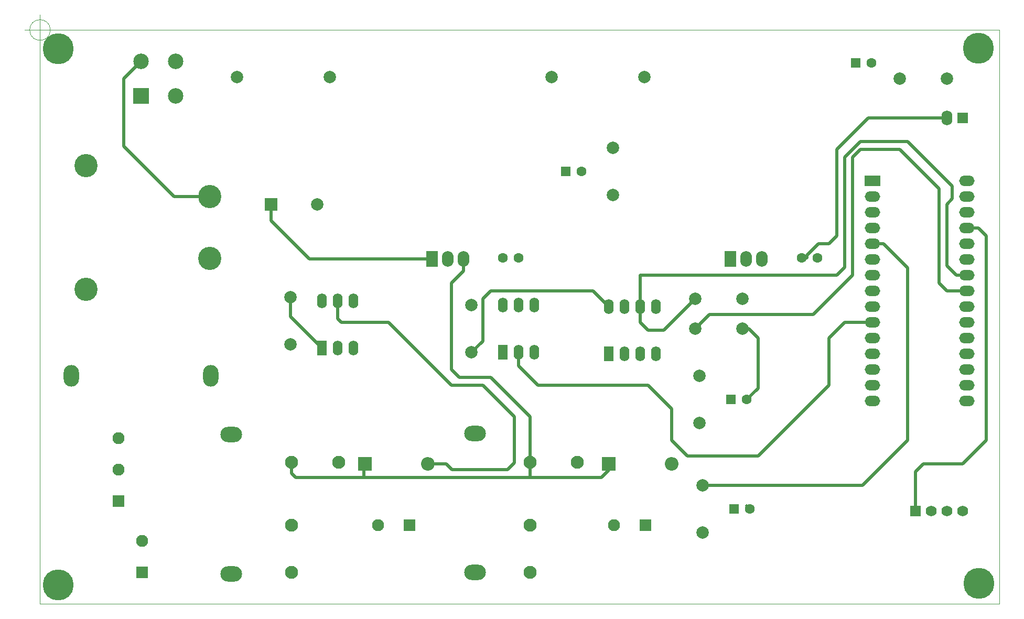
<source format=gbr>
%TF.GenerationSoftware,KiCad,Pcbnew,(5.1.8)-1*%
%TF.CreationDate,2021-06-08T09:03:09+02:00*%
%TF.ProjectId,Telerupteur_Recepteur_RF433_V2,54656c65-7275-4707-9465-75725f526563,V2*%
%TF.SameCoordinates,Original*%
%TF.FileFunction,Copper,L1,Top*%
%TF.FilePolarity,Positive*%
%FSLAX46Y46*%
G04 Gerber Fmt 4.6, Leading zero omitted, Abs format (unit mm)*
G04 Created by KiCad (PCBNEW (5.1.8)-1) date 2021-06-08 09:03:09*
%MOMM*%
%LPD*%
G01*
G04 APERTURE LIST*
%TA.AperFunction,Profile*%
%ADD10C,0.050000*%
%TD*%
%TA.AperFunction,Profile*%
%ADD11C,0.100000*%
%TD*%
%TA.AperFunction,ComponentPad*%
%ADD12O,1.900000X2.500000*%
%TD*%
%TA.AperFunction,ComponentPad*%
%ADD13R,1.900000X2.500000*%
%TD*%
%TA.AperFunction,ComponentPad*%
%ADD14R,1.760000X1.760000*%
%TD*%
%TA.AperFunction,ComponentPad*%
%ADD15C,1.760000*%
%TD*%
%TA.AperFunction,ComponentPad*%
%ADD16O,3.500000X2.500000*%
%TD*%
%TA.AperFunction,ComponentPad*%
%ADD17C,2.500000*%
%TD*%
%TA.AperFunction,ComponentPad*%
%ADD18R,2.500000X2.500000*%
%TD*%
%TA.AperFunction,ComponentPad*%
%ADD19O,2.500000X1.700000*%
%TD*%
%TA.AperFunction,ComponentPad*%
%ADD20R,2.500000X1.700000*%
%TD*%
%TA.AperFunction,ComponentPad*%
%ADD21C,1.950000*%
%TD*%
%TA.AperFunction,ComponentPad*%
%ADD22R,1.950000X1.950000*%
%TD*%
%TA.AperFunction,ComponentPad*%
%ADD23O,2.500000X3.500000*%
%TD*%
%TA.AperFunction,ComponentPad*%
%ADD24C,2.100000*%
%TD*%
%TA.AperFunction,ComponentPad*%
%ADD25O,2.200000X2.200000*%
%TD*%
%TA.AperFunction,ComponentPad*%
%ADD26R,2.200000X2.200000*%
%TD*%
%TA.AperFunction,ComponentPad*%
%ADD27C,5.000000*%
%TD*%
%TA.AperFunction,ComponentPad*%
%ADD28C,2.000000*%
%TD*%
%TA.AperFunction,ComponentPad*%
%ADD29R,2.000000X2.000000*%
%TD*%
%TA.AperFunction,ComponentPad*%
%ADD30C,1.600000*%
%TD*%
%TA.AperFunction,ComponentPad*%
%ADD31R,1.600000X1.600000*%
%TD*%
%TA.AperFunction,ComponentPad*%
%ADD32O,1.760000X2.400000*%
%TD*%
%TA.AperFunction,ComponentPad*%
%ADD33C,3.750000*%
%TD*%
%TA.AperFunction,ComponentPad*%
%ADD34R,1.600000X2.400000*%
%TD*%
%TA.AperFunction,ComponentPad*%
%ADD35O,1.600000X2.400000*%
%TD*%
%TA.AperFunction,Conductor*%
%ADD36C,0.500000*%
%TD*%
G04 APERTURE END LIST*
D10*
X47566666Y-43200000D02*
G75*
G03*
X47566666Y-43200000I-1666666J0D01*
G01*
X43400000Y-43200000D02*
X48400000Y-43200000D01*
X45900000Y-40700000D02*
X45900000Y-45700000D01*
D11*
X200800000Y-43180000D02*
X200800000Y-135910000D01*
X45900000Y-43200000D02*
X200800000Y-43180000D01*
X45900000Y-135900000D02*
X45900000Y-43200000D01*
X200800000Y-135910000D02*
X45900000Y-135900000D01*
D12*
%TO.P,U1,3*%
%TO.N,+12V*%
X114260000Y-80190000D03*
%TO.P,U1,2*%
%TO.N,GND*%
X111720000Y-80190000D03*
D13*
%TO.P,U1,1*%
%TO.N,Net-(C1-Pad1)*%
X109180000Y-80190000D03*
%TD*%
D14*
%TO.P,U5,1*%
%TO.N,+5V*%
X187240000Y-120890000D03*
D15*
%TO.P,U5,2*%
%TO.N,Data*%
X189780000Y-120890000D03*
%TO.P,U5,3*%
%TO.N,Net-(U5-Pad3)*%
X192320000Y-120890000D03*
%TO.P,U5,4*%
%TO.N,GND*%
X194860000Y-120890000D03*
%TD*%
D16*
%TO.P,F3,2*%
%TO.N,Phase*%
X116120000Y-108330000D03*
%TO.P,F3,1*%
%TO.N,Net-(F3-Pad1)*%
X116120000Y-130830000D03*
%TD*%
D17*
%TO.P,D1,4*%
%TO.N,Net-(D1-Pad4)*%
X62230000Y-48260000D03*
%TO.P,D1,2*%
%TO.N,Net-(D1-Pad2)*%
X67830000Y-53860000D03*
D18*
%TO.P,D1,1*%
%TO.N,Net-(C1-Pad1)*%
X62230000Y-53860000D03*
D17*
%TO.P,D1,3*%
%TO.N,GND*%
X67830000Y-48260000D03*
%TD*%
D19*
%TO.P,U3,16*%
%TO.N,GND*%
X195580000Y-103110000D03*
%TO.P,U3,15*%
%TO.N,Net-(U3-Pad15)*%
X180340000Y-103110000D03*
%TO.P,U3,30*%
%TO.N,Net-(J3-Pad1)*%
X195580000Y-67550000D03*
%TO.P,U3,14*%
%TO.N,Data*%
X180340000Y-100570000D03*
%TO.P,U3,29*%
%TO.N,GND*%
X195580000Y-70090000D03*
%TO.P,U3,13*%
%TO.N,Net-(U3-Pad13)*%
X180340000Y-98030000D03*
%TO.P,U3,28*%
%TO.N,Net-(U3-Pad28)*%
X195580000Y-72630000D03*
%TO.P,U3,12*%
%TO.N,GND*%
X180340000Y-95490000D03*
%TO.P,U3,27*%
%TO.N,+5V*%
X195580000Y-75170000D03*
%TO.P,U3,11*%
%TO.N,GND*%
X180340000Y-92950000D03*
%TO.P,U3,26*%
X195580000Y-77710000D03*
%TO.P,U3,10*%
%TO.N,K2*%
X180340000Y-90410000D03*
%TO.P,U3,25*%
%TO.N,GND*%
X195580000Y-80250000D03*
%TO.P,U3,9*%
%TO.N,Net-(R4-Pad1)*%
X180340000Y-87870000D03*
%TO.P,U3,24*%
%TO.N,SCL*%
X195580000Y-82790000D03*
%TO.P,U3,8*%
%TO.N,GND*%
X180340000Y-85330000D03*
%TO.P,U3,23*%
%TO.N,SDA*%
X195580000Y-85330000D03*
%TO.P,U3,7*%
%TO.N,GND*%
X180340000Y-82790000D03*
%TO.P,U3,22*%
X195580000Y-87870000D03*
%TO.P,U3,6*%
%TO.N,K1*%
X180340000Y-80250000D03*
%TO.P,U3,21*%
%TO.N,GND*%
X195580000Y-90410000D03*
%TO.P,U3,5*%
%TO.N,Net-(R3-Pad1)*%
X180340000Y-77710000D03*
%TO.P,U3,20*%
%TO.N,GND*%
X195580000Y-92950000D03*
%TO.P,U3,4*%
X180340000Y-75170000D03*
%TO.P,U3,19*%
X195580000Y-95490000D03*
%TO.P,U3,3*%
%TO.N,Net-(U3-Pad3)*%
X180340000Y-72630000D03*
%TO.P,U3,18*%
%TO.N,Net-(U3-Pad18)*%
X195580000Y-98030000D03*
%TO.P,U3,2*%
%TO.N,Net-(U3-Pad2)*%
X180340000Y-70090000D03*
%TO.P,U3,17*%
%TO.N,Net-(U3-Pad17)*%
X195580000Y-100570000D03*
D20*
%TO.P,U3,1*%
%TO.N,Net-(U3-Pad1)*%
X180340000Y-67550000D03*
%TD*%
D21*
%TO.P,J5,2*%
%TO.N,Net-(J5-Pad1)*%
X138610000Y-123210000D03*
D22*
%TO.P,J5,1*%
X143690000Y-123210000D03*
%TD*%
D21*
%TO.P,J4,2*%
%TO.N,Net-(J4-Pad1)*%
X100510000Y-123210000D03*
D22*
%TO.P,J4,1*%
X105590000Y-123210000D03*
%TD*%
D21*
%TO.P,J2,2*%
%TO.N,Phase*%
X62410000Y-125750000D03*
D22*
%TO.P,J2,1*%
X62410000Y-130830000D03*
%TD*%
D21*
%TO.P,J1,3*%
%TO.N,Net-(J1-Pad1)*%
X58600000Y-109120000D03*
%TO.P,J1,2*%
X58600000Y-114200000D03*
D22*
%TO.P,J1,1*%
X58600000Y-119280000D03*
%TD*%
D16*
%TO.P,F2,2*%
%TO.N,Phase*%
X76750000Y-108550000D03*
%TO.P,F2,1*%
%TO.N,Net-(F2-Pad1)*%
X76750000Y-131050000D03*
%TD*%
D23*
%TO.P,F1,2*%
%TO.N,Phase*%
X73480000Y-99080000D03*
%TO.P,F1,1*%
%TO.N,Net-(F1-Pad1)*%
X50980000Y-99080000D03*
%TD*%
D24*
%TO.P,K2,C2*%
%TO.N,Net-(D7-Pad2)*%
X132630000Y-113050000D03*
%TO.P,K2,NO*%
%TO.N,Net-(J5-Pad1)*%
X125010000Y-130830000D03*
%TO.P,K2,COM*%
%TO.N,Net-(F3-Pad1)*%
X125010000Y-123210000D03*
%TO.P,K2,C1*%
%TO.N,+12V*%
X125010000Y-113050000D03*
%TD*%
%TO.P,K1,C2*%
%TO.N,Net-(D6-Pad2)*%
X94160000Y-113050000D03*
%TO.P,K1,NO*%
%TO.N,Net-(J4-Pad1)*%
X86540000Y-130830000D03*
%TO.P,K1,COM*%
%TO.N,Net-(F2-Pad1)*%
X86540000Y-123210000D03*
%TO.P,K1,C1*%
%TO.N,+12V*%
X86540000Y-113050000D03*
%TD*%
D25*
%TO.P,D7,2*%
%TO.N,Net-(D7-Pad2)*%
X147870000Y-113270000D03*
D26*
%TO.P,D7,1*%
%TO.N,+12V*%
X137710000Y-113270000D03*
%TD*%
D25*
%TO.P,D6,2*%
%TO.N,Net-(D6-Pad2)*%
X108500000Y-113270000D03*
D26*
%TO.P,D6,1*%
%TO.N,+12V*%
X98340000Y-113270000D03*
%TD*%
D27*
%TO.P,REF\u002A\u002A,1*%
%TO.N,N/C*%
X197500000Y-132600000D03*
%TD*%
%TO.P,REF\u002A\u002A,1*%
%TO.N,N/C*%
X197400000Y-46100000D03*
%TD*%
%TO.P,REF\u002A\u002A,1*%
%TO.N,N/C*%
X48800000Y-46200000D03*
%TD*%
%TO.P,REF\u002A\u002A,1*%
%TO.N,N/C*%
X48800000Y-132800000D03*
%TD*%
D28*
%TO.P,R3,1*%
%TO.N,Net-(R3-Pad1)*%
X152870000Y-116740000D03*
%TO.P,R3,2*%
%TO.N,Net-(D4-Pad1)*%
X152870000Y-124360000D03*
%TD*%
D29*
%TO.P,C1,1*%
%TO.N,Net-(C1-Pad1)*%
X83200000Y-71360000D03*
D28*
%TO.P,C1,2*%
%TO.N,GND*%
X90700000Y-71360000D03*
%TD*%
%TO.P,C2,2*%
%TO.N,GND*%
X77710000Y-50800000D03*
%TO.P,C2,1*%
%TO.N,Net-(C1-Pad1)*%
X92710000Y-50800000D03*
%TD*%
D30*
%TO.P,C3,2*%
%TO.N,GND*%
X123150000Y-80010000D03*
%TO.P,C3,1*%
%TO.N,+12V*%
X120650000Y-80010000D03*
%TD*%
D28*
%TO.P,C4,1*%
%TO.N,Net-(C1-Pad1)*%
X143510000Y-50800000D03*
%TO.P,C4,2*%
%TO.N,GND*%
X128510000Y-50800000D03*
%TD*%
D30*
%TO.P,C5,1*%
%TO.N,+9V*%
X168910000Y-80010000D03*
%TO.P,C5,2*%
%TO.N,GND*%
X171410000Y-80010000D03*
%TD*%
D31*
%TO.P,D2,1*%
%TO.N,GND*%
X130810000Y-66040000D03*
D30*
%TO.P,D2,2*%
%TO.N,Net-(D2-Pad2)*%
X133350000Y-66040000D03*
%TD*%
%TO.P,D3,2*%
%TO.N,Net-(D3-Pad2)*%
X180140000Y-48500000D03*
D31*
%TO.P,D3,1*%
%TO.N,GND*%
X177600000Y-48500000D03*
%TD*%
%TO.P,D4,1*%
%TO.N,Net-(D4-Pad1)*%
X157950000Y-120550000D03*
D30*
%TO.P,D4,2*%
%TO.N,+5V*%
X160490000Y-120550000D03*
%TD*%
%TO.P,D5,2*%
%TO.N,+5V*%
X160020000Y-102870000D03*
D31*
%TO.P,D5,1*%
%TO.N,Net-(D5-Pad1)*%
X157480000Y-102870000D03*
%TD*%
D14*
%TO.P,J3,1*%
%TO.N,Net-(J3-Pad1)*%
X194860000Y-57390000D03*
D32*
%TO.P,J3,2*%
%TO.N,+9V*%
X192320000Y-57390000D03*
%TD*%
D28*
%TO.P,R1,1*%
%TO.N,+12V*%
X138430000Y-69850000D03*
%TO.P,R1,2*%
%TO.N,Net-(D2-Pad2)*%
X138430000Y-62230000D03*
%TD*%
%TO.P,R2,1*%
%TO.N,+9V*%
X192320000Y-51040000D03*
%TO.P,R2,2*%
%TO.N,Net-(D3-Pad2)*%
X184700000Y-51040000D03*
%TD*%
%TO.P,R4,1*%
%TO.N,Net-(R4-Pad1)*%
X152400000Y-99060000D03*
%TO.P,R4,2*%
%TO.N,Net-(D5-Pad1)*%
X152400000Y-106680000D03*
%TD*%
%TO.P,R5,2*%
%TO.N,+5V*%
X159300000Y-86600000D03*
%TO.P,R5,1*%
%TO.N,SCL*%
X151680000Y-86600000D03*
%TD*%
%TO.P,R6,2*%
%TO.N,+5V*%
X159300000Y-91440000D03*
%TO.P,R6,1*%
%TO.N,SDA*%
X151680000Y-91440000D03*
%TD*%
%TO.P,R7,2*%
%TO.N,+5V*%
X86360000Y-93980000D03*
%TO.P,R7,1*%
%TO.N,Net-(R7-Pad1)*%
X86360000Y-86360000D03*
%TD*%
%TO.P,R8,1*%
%TO.N,Net-(R8-Pad1)*%
X115570000Y-87630000D03*
%TO.P,R8,2*%
%TO.N,+5V*%
X115570000Y-95250000D03*
%TD*%
D33*
%TO.P,TR1,1*%
%TO.N,Net-(J1-Pad1)*%
X53340000Y-85090000D03*
%TO.P,TR1,5*%
%TO.N,Net-(F1-Pad1)*%
X53340000Y-65090000D03*
%TO.P,TR1,7*%
%TO.N,Net-(D1-Pad4)*%
X73340000Y-70090000D03*
%TO.P,TR1,9*%
%TO.N,Net-(D1-Pad2)*%
X73340000Y-80090000D03*
%TD*%
D13*
%TO.P,U2,1*%
%TO.N,Net-(C1-Pad1)*%
X157400000Y-80170000D03*
D12*
%TO.P,U2,2*%
%TO.N,GND*%
X159940000Y-80170000D03*
%TO.P,U2,3*%
%TO.N,+9V*%
X162480000Y-80170000D03*
%TD*%
D34*
%TO.P,U4,1*%
%TO.N,GND*%
X137710000Y-95490000D03*
D35*
%TO.P,U4,5*%
%TO.N,SDA*%
X145330000Y-87870000D03*
%TO.P,U4,2*%
%TO.N,GND*%
X140250000Y-95490000D03*
%TO.P,U4,6*%
%TO.N,SCL*%
X142790000Y-87870000D03*
%TO.P,U4,3*%
%TO.N,GND*%
X142790000Y-95490000D03*
%TO.P,U4,7*%
X140250000Y-87870000D03*
%TO.P,U4,4*%
X145330000Y-95490000D03*
%TO.P,U4,8*%
%TO.N,+5V*%
X137710000Y-87870000D03*
%TD*%
%TO.P,U6,6*%
%TO.N,Net-(U6-Pad6)*%
X91440000Y-86930000D03*
%TO.P,U6,3*%
%TO.N,Net-(U6-Pad3)*%
X96520000Y-94550000D03*
%TO.P,U6,5*%
%TO.N,Net-(D6-Pad2)*%
X93980000Y-86930000D03*
%TO.P,U6,2*%
%TO.N,K1*%
X93980000Y-94550000D03*
%TO.P,U6,4*%
%TO.N,GND*%
X96520000Y-86930000D03*
D34*
%TO.P,U6,1*%
%TO.N,Net-(R7-Pad1)*%
X91440000Y-94550000D03*
%TD*%
%TO.P,U7,1*%
%TO.N,Net-(R8-Pad1)*%
X120650000Y-95250000D03*
D35*
%TO.P,U7,4*%
%TO.N,GND*%
X125730000Y-87630000D03*
%TO.P,U7,2*%
%TO.N,K2*%
X123190000Y-95250000D03*
%TO.P,U7,5*%
%TO.N,Net-(D7-Pad2)*%
X123190000Y-87630000D03*
%TO.P,U7,3*%
%TO.N,Net-(U7-Pad3)*%
X125730000Y-95250000D03*
%TO.P,U7,6*%
%TO.N,Net-(U7-Pad6)*%
X120650000Y-87630000D03*
%TD*%
D36*
%TO.N,Net-(C1-Pad1)*%
X83200000Y-71360000D02*
X83200000Y-74000000D01*
X83200000Y-74000000D02*
X89390000Y-80190000D01*
X89390000Y-80190000D02*
X109180000Y-80190000D01*
%TO.N,+12V*%
X114260000Y-80190000D02*
X114260000Y-82110000D01*
X114260000Y-82110000D02*
X112310000Y-84060000D01*
X112310000Y-84060000D02*
X112310000Y-98030000D01*
X112310000Y-98030000D02*
X113580000Y-99300000D01*
X113580000Y-99300000D02*
X118660000Y-99300000D01*
X125010000Y-105650000D02*
X125010000Y-113050000D01*
X118660000Y-99300000D02*
X125010000Y-105650000D01*
X98190000Y-113420000D02*
X98340000Y-113270000D01*
X98190000Y-115510000D02*
X98190000Y-113420000D01*
X98190000Y-115510000D02*
X125010000Y-115510000D01*
X125010000Y-115510000D02*
X125010000Y-113050000D01*
X125010000Y-115510000D02*
X136510000Y-115510000D01*
X137710000Y-114310000D02*
X137710000Y-113270000D01*
X136510000Y-115510000D02*
X137710000Y-114310000D01*
X98190000Y-115510000D02*
X87210000Y-115510000D01*
X86540000Y-114840000D02*
X86540000Y-113050000D01*
X87210000Y-115510000D02*
X86540000Y-114840000D01*
%TO.N,+9V*%
X168750000Y-80170000D02*
X168910000Y-80010000D01*
X168910000Y-80010000D02*
X169700000Y-80010000D01*
X169700000Y-79573998D02*
X171563998Y-77710000D01*
X169700000Y-80010000D02*
X169700000Y-79573998D01*
X171563998Y-77710000D02*
X173270000Y-77710000D01*
X173270000Y-77710000D02*
X174540000Y-76440000D01*
X174540000Y-76440000D02*
X174540000Y-62470000D01*
X179620000Y-57390000D02*
X192320000Y-57390000D01*
X174540000Y-62470000D02*
X179620000Y-57390000D01*
%TO.N,Net-(D1-Pad4)*%
X62230000Y-48260000D02*
X59450000Y-51040000D01*
X59450000Y-51040000D02*
X59450000Y-61990000D01*
X67550000Y-70090000D02*
X73340000Y-70090000D01*
X59450000Y-61990000D02*
X67550000Y-70090000D01*
%TO.N,+5V*%
X160020000Y-120080000D02*
X160490000Y-120550000D01*
X195580000Y-75170000D02*
X197400000Y-75170000D01*
X197400000Y-75170000D02*
X198670000Y-76440000D01*
X198670000Y-76440000D02*
X198670000Y-109460000D01*
X198670000Y-109460000D02*
X194860000Y-113270000D01*
X194860000Y-113270000D02*
X188510000Y-113270000D01*
X187240000Y-114540000D02*
X187240000Y-120890000D01*
X188510000Y-113270000D02*
X187240000Y-114540000D01*
X160330000Y-91440000D02*
X159300000Y-91440000D01*
X161840000Y-92950000D02*
X160330000Y-91440000D01*
X161840000Y-101050000D02*
X161840000Y-92950000D01*
X160020000Y-102870000D02*
X161840000Y-101050000D01*
X115570000Y-95250000D02*
X117390000Y-93430000D01*
X117390000Y-93430000D02*
X117390000Y-86600000D01*
X117390000Y-86600000D02*
X118660000Y-85330000D01*
X135170000Y-85330000D02*
X137710000Y-87870000D01*
X118660000Y-85330000D02*
X135170000Y-85330000D01*
%TO.N,Net-(D6-Pad2)*%
X102150000Y-90410000D02*
X94530000Y-90410000D01*
X112310000Y-100570000D02*
X102150000Y-90410000D01*
X117390000Y-100570000D02*
X112310000Y-100570000D01*
X122500000Y-105680000D02*
X117390000Y-100570000D01*
X122500000Y-113100000D02*
X122500000Y-105680000D01*
X94530000Y-90410000D02*
X93980000Y-89860000D01*
X121400000Y-114200000D02*
X122500000Y-113100000D01*
X93980000Y-89860000D02*
X93980000Y-86930000D01*
X112400000Y-114200000D02*
X121400000Y-114200000D01*
X111470000Y-113270000D02*
X112400000Y-114200000D01*
X108500000Y-113270000D02*
X111470000Y-113270000D01*
%TO.N,Net-(R3-Pad1)*%
X185970000Y-81590000D02*
X182090000Y-77710000D01*
X152870000Y-116740000D02*
X178690000Y-116740000D01*
X178690000Y-116740000D02*
X185970000Y-109460000D01*
X185970000Y-109460000D02*
X185970000Y-81590000D01*
X182090000Y-77710000D02*
X180340000Y-77710000D01*
%TO.N,SCL*%
X142790000Y-87870000D02*
X142790000Y-90410000D01*
X142790000Y-90410000D02*
X144060000Y-91680000D01*
X146600000Y-91680000D02*
X151680000Y-86600000D01*
X144060000Y-91680000D02*
X146600000Y-91680000D01*
X192320000Y-71362806D02*
X192320000Y-81280000D01*
X193220009Y-70462797D02*
X192320000Y-71362806D01*
X193220009Y-68450009D02*
X193220009Y-70462797D01*
X185970000Y-61200000D02*
X193220009Y-68450009D01*
X178347193Y-61200000D02*
X185970000Y-61200000D01*
X192320000Y-81280000D02*
X193830000Y-82790000D01*
X175810000Y-63737193D02*
X178347193Y-61200000D01*
X193830000Y-82790000D02*
X195580000Y-82790000D01*
X175810000Y-81520000D02*
X175810000Y-63737193D01*
X174540000Y-82790000D02*
X175810000Y-81520000D01*
X142790000Y-82790000D02*
X174540000Y-82790000D01*
X142790000Y-87870000D02*
X142790000Y-82790000D01*
%TO.N,SDA*%
X153980000Y-89140000D02*
X151680000Y-91440000D01*
X177080000Y-63740000D02*
X177080000Y-82792807D01*
X178350000Y-62470000D02*
X177080000Y-63740000D01*
X191050000Y-68820000D02*
X184700000Y-62470000D01*
X184700000Y-62470000D02*
X178350000Y-62470000D01*
X191050000Y-84060000D02*
X191050000Y-68820000D01*
X192320000Y-85330000D02*
X191050000Y-84060000D01*
X170732807Y-89140000D02*
X153980000Y-89140000D01*
X177080000Y-82792807D02*
X170732807Y-89140000D01*
X195580000Y-85330000D02*
X192320000Y-85330000D01*
%TO.N,Net-(R7-Pad1)*%
X86360000Y-89470000D02*
X91440000Y-94550000D01*
X86360000Y-86360000D02*
X86360000Y-89470000D01*
%TO.N,K2*%
X123190000Y-95250000D02*
X123190000Y-97480000D01*
X123190000Y-97480000D02*
X126280000Y-100570000D01*
X126280000Y-100570000D02*
X144060000Y-100570000D01*
X144060000Y-100570000D02*
X147870000Y-104380000D01*
X147870000Y-104380000D02*
X147870000Y-109460000D01*
X147870000Y-109460000D02*
X150410000Y-112000000D01*
X150410000Y-112000000D02*
X161840000Y-112000000D01*
X161840000Y-112000000D02*
X173270000Y-100570000D01*
X173270000Y-100570000D02*
X173270000Y-92950000D01*
X175810000Y-90410000D02*
X180340000Y-90410000D01*
X173270000Y-92950000D02*
X175810000Y-90410000D01*
%TD*%
M02*

</source>
